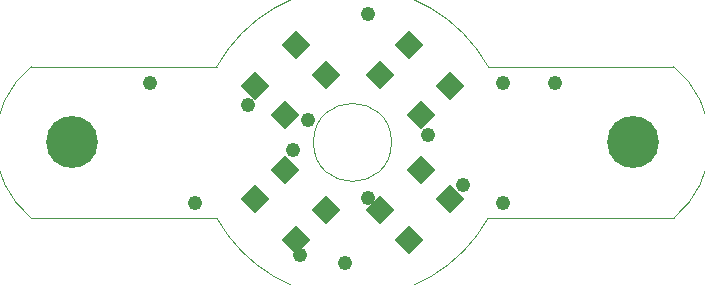
<source format=gts>
%FSLAX25Y25*%
%MOIN*%
G70*
G01*
G75*
G04 Layer_Color=128*
%ADD10P,0.08352X4X360.0*%
%ADD11P,0.08352X4X90.0*%
%ADD12C,0.02500*%
%ADD13C,0.00100*%
%ADD14C,0.16500*%
%ADD15C,0.04000*%
G04:AMPARAMS|DCode=16|XSize=80mil|YSize=50mil|CornerRadius=0mil|HoleSize=0mil|Usage=FLASHONLY|Rotation=225.000|XOffset=0mil|YOffset=0mil|HoleType=Round|Shape=Rectangle|*
%AMROTATEDRECTD16*
4,1,4,0.01061,0.04596,0.04596,0.01061,-0.01061,-0.04596,-0.04596,-0.01061,0.01061,0.04596,0.0*
%
%ADD16ROTATEDRECTD16*%

G04:AMPARAMS|DCode=17|XSize=80mil|YSize=50mil|CornerRadius=0mil|HoleSize=0mil|Usage=FLASHONLY|Rotation=315.000|XOffset=0mil|YOffset=0mil|HoleType=Round|Shape=Rectangle|*
%AMROTATEDRECTD17*
4,1,4,-0.04596,0.01061,-0.01061,0.04596,0.04596,-0.01061,0.01061,-0.04596,-0.04596,0.01061,0.0*
%
%ADD17ROTATEDRECTD17*%

%ADD18R,0.12205X0.17716*%
%ADD19R,0.12205X0.17716*%
%ADD20C,0.01000*%
%ADD21P,0.06937X4X360.0*%
%ADD22P,0.06937X4X90.0*%
G04:AMPARAMS|DCode=23|XSize=70mil|YSize=40mil|CornerRadius=0mil|HoleSize=0mil|Usage=FLASHONLY|Rotation=225.000|XOffset=0mil|YOffset=0mil|HoleType=Round|Shape=Rectangle|*
%AMROTATEDRECTD23*
4,1,4,0.01061,0.03889,0.03889,0.01061,-0.01061,-0.03889,-0.03889,-0.01061,0.01061,0.03889,0.0*
%
%ADD23ROTATEDRECTD23*%

G04:AMPARAMS|DCode=24|XSize=70mil|YSize=40mil|CornerRadius=0mil|HoleSize=0mil|Usage=FLASHONLY|Rotation=315.000|XOffset=0mil|YOffset=0mil|HoleType=Round|Shape=Rectangle|*
%AMROTATEDRECTD24*
4,1,4,-0.03889,0.01061,-0.01061,0.03889,0.03889,-0.01061,0.01061,-0.03889,-0.03889,0.01061,0.0*
%
%ADD24ROTATEDRECTD24*%

%ADD25R,0.11205X0.16716*%
%ADD26R,0.11205X0.16716*%
%ADD27P,0.09483X4X360.0*%
%ADD28P,0.09483X4X90.0*%
%ADD29C,0.17300*%
%ADD30C,0.04800*%
D13*
X645179Y525300D02*
G03*
X554721Y525300I-45229J-25250D01*
G01*
Y474800D02*
G03*
X645179Y474800I45229J25250D01*
G01*
X612950Y500050D02*
G03*
X612950Y500050I-13000J0D01*
G01*
X492888Y525300D02*
G03*
X492888Y474800I20462J-25250D01*
G01*
X707012D02*
G03*
X707012Y525300I-20462J25250D01*
G01*
X492888Y474800D02*
X554721D01*
X492888Y525300D02*
X554721D01*
X645179Y474800D02*
X707012D01*
X645179Y525300D02*
X707012D01*
D27*
X632392Y518751D02*
D03*
X622649Y509008D02*
D03*
X618751Y532392D02*
D03*
X609008Y522649D02*
D03*
X590992Y477351D02*
D03*
X581249Y467608D02*
D03*
X577351Y490992D02*
D03*
X567608Y481249D02*
D03*
D28*
X618751Y467608D02*
D03*
X609008Y477351D02*
D03*
X632392Y481249D02*
D03*
X622649Y490992D02*
D03*
X581249Y532392D02*
D03*
X590992Y522649D02*
D03*
X567608Y518751D02*
D03*
X577351Y509008D02*
D03*
D29*
X506375Y500050D02*
D03*
X693525D02*
D03*
D30*
X582500Y462500D02*
D03*
X597500Y460000D02*
D03*
X547500Y480000D02*
D03*
X532500Y520000D02*
D03*
X605210Y481446D02*
D03*
X580000Y497500D02*
D03*
X565000Y512500D02*
D03*
X585000Y507500D02*
D03*
X605196Y542774D02*
D03*
X625000Y502500D02*
D03*
X636926Y485841D02*
D03*
X650000Y480000D02*
D03*
Y520000D02*
D03*
X667500D02*
D03*
M02*

</source>
